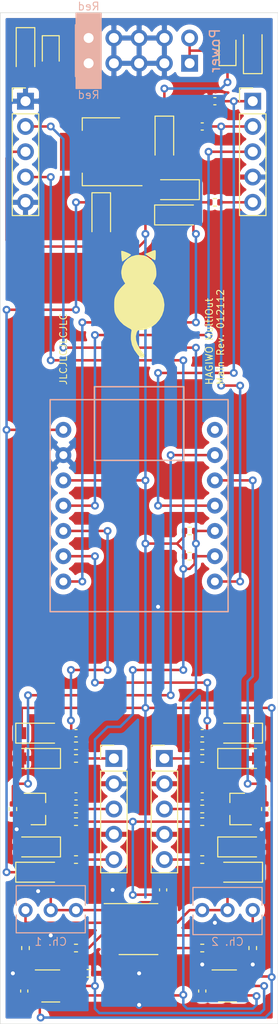
<source format=kicad_pcb>
(kicad_pcb (version 20171130) (host pcbnew "(5.1.10)-1")
  (layers (0 F.Cu signal) (31 B.Cu signal) (34 B.Paste user) (35 F.Paste user) (36 B.SilkS user) (37 F.SilkS user) (38 B.Mask user) (39 F.Mask user) (44 Edge.Cuts user))
  (net 0 "")
  (net 1 GND)
  (net 2 +12V)
  (net 3 -12V)
  (net 4 +5V)
  (net 5 "Net-(D1-Pad2)")
  (net 6 "Net-(D2-Pad1)")
  (net 7 +3V3)
  (net 8 SDA)
  (net 9 SCL)
  (net 10 "Net-(R3-Pad2)")
  (net 11 "Net-(R3-Pad1)")
  (net 12 "Net-(R4-Pad2)")
  (net 13 A9)
  (net 14 A8)
  (net 15 D3)
  (net 16 D6)
  (net 17 A7)
  (net 18 "Net-(D10-Pad2)")
  (net 19 "Net-(D12-Pad2)")
  (net 20 "Net-(Q1-Pad3)")
  (net 21 "Net-(Q1-Pad1)")
  (net 22 "Net-(Q2-Pad3)")
  (net 23 "Net-(Q2-Pad1)")
  (net 24 D1)
  (net 25 D2)
  (net 26 "Net-(R16-Pad1)")
  (net 27 "Net-(R17-Pad2)")
  (net 28 D10)
  (net 29 "Net-(R16-Pad2)")
  (net 30 Gate1)
  (net 31 Gate2)
  (net 32 Trigger)
  (net 33 Out1)
  (net 34 In1)
  (net 35 Out2)
  (net 36 In2)
  (net 37 "Net-(R20-Pad2)")
  (module "Eurorack_Synth:CATs Tiny" (layer F.Cu) (at 13.97 29.21)
    (fp_text reference G*** hide)
    (fp_text value LOGO hide)
  )
  (module Capacitor_SMD:C_0402_1005Metric (layer F.Cu) (at 16.383 88.138 90)
    (fp_text reference C13 hide)
    (fp_text value 100n hide)
    (pad 2 smd roundrect (at 0.48 0 90) (size 0.56 0.62) (layers F.Cu F.Paste F.Mask) (net 1 GND))
    (pad 1 smd roundrect (at -0.48 0 90) (size 0.56 0.62) (layers F.Cu F.Paste F.Mask) (net 4 +5V))
  )
  (module Capacitor_SMD:C_0402_1005Metric (layer F.Cu) (at 20.32 98.298 90)
    (fp_text reference C12 hide)
    (fp_text value 100n hide)
    (pad 2 smd roundrect (at 0.48 0 90) (size 0.56 0.62) (layers F.Cu F.Paste F.Mask) (net 1 GND))
    (pad 1 smd roundrect (at -0.48 0 90) (size 0.56 0.62) (layers F.Cu F.Paste F.Mask) (net 7 +3V3))
  )
  (module Capacitor_SMD:C_0402_1005Metric (layer F.Cu) (at 2.413 98.298 90)
    (fp_text reference C11 hide)
    (fp_text value 100n hide)
    (pad 2 smd roundrect (at 0.48 0 90) (size 0.56 0.62) (layers F.Cu F.Paste F.Mask) (net 1 GND))
    (pad 1 smd roundrect (at -0.48 0 90) (size 0.56 0.62) (layers F.Cu F.Paste F.Mask) (net 7 +3V3))
  )
  (module Capacitor_SMD:C_0402_1005Metric (layer F.Cu) (at 20.32 78.74)
    (fp_text reference C10 hide)
    (fp_text value 1µ hide)
    (pad 2 smd roundrect (at 0.48 0) (size 0.56 0.62) (layers F.Cu F.Paste F.Mask) (net 1 GND))
    (pad 1 smd roundrect (at -0.48 0) (size 0.56 0.62) (layers F.Cu F.Paste F.Mask) (net 31 Gate2))
  )
  (module Capacitor_SMD:C_0402_1005Metric (layer F.Cu) (at 7.62 78.74 180)
    (fp_text reference C9 hide)
    (fp_text value 1µ hide)
    (pad 2 smd roundrect (at 0.48 0 180) (size 0.56 0.62) (layers F.Cu F.Paste F.Mask) (net 1 GND))
    (pad 1 smd roundrect (at -0.48 0 180) (size 0.56 0.62) (layers F.Cu F.Paste F.Mask) (net 30 Gate1))
  )
  (module Capacitor_SMD:C_0402_1005Metric (layer F.Cu) (at 20.32 11.43 180)
    (fp_text reference C8 hide)
    (fp_text value 10n hide)
    (pad 2 smd roundrect (at 0.48 0 180) (size 0.56 0.62) (layers F.Cu F.Paste F.Mask) (net 1 GND))
    (pad 1 smd roundrect (at -0.48 0 180) (size 0.56 0.62) (layers F.Cu F.Paste F.Mask) (net 16 D6))
  )
  (module Capacitor_SMD:C_0402_1005Metric (layer F.Cu) (at 21.59 8.89 180)
    (fp_text reference C7 hide)
    (fp_text value 10n hide)
    (pad 2 smd roundrect (at 0.48 0 180) (size 0.56 0.62) (layers F.Cu F.Paste F.Mask) (net 1 GND))
    (pad 1 smd roundrect (at -0.48 0 180) (size 0.56 0.62) (layers F.Cu F.Paste F.Mask) (net 15 D3))
  )
  (module Capacitor_SMD:C_0402_1005Metric (layer F.Cu) (at 20.32 72.39 180)
    (fp_text reference C6 hide)
    (fp_text value 10n hide)
    (pad 2 smd roundrect (at 0.48 0 180) (size 0.56 0.62) (layers F.Cu F.Paste F.Mask) (net 1 GND))
    (pad 1 smd roundrect (at -0.48 0 180) (size 0.56 0.62) (layers F.Cu F.Paste F.Mask) (net 14 A8))
  )
  (module Capacitor_SMD:C_0402_1005Metric (layer F.Cu) (at 7.62 72.39)
    (fp_text reference C5 hide)
    (fp_text value 10n hide)
    (pad 2 smd roundrect (at 0.48 0) (size 0.56 0.62) (layers F.Cu F.Paste F.Mask) (net 1 GND))
    (pad 1 smd roundrect (at -0.48 0) (size 0.56 0.62) (layers F.Cu F.Paste F.Mask) (net 13 A9))
  )
  (module Resistor_SMD:R_0402_1005Metric (layer F.Cu) (at 8.89 96.52 180)
    (fp_text reference R20 hide)
    (fp_text value 10k hide)
    (pad 2 smd roundrect (at 0.51 0 180) (size 0.54 0.64) (layers F.Cu F.Paste F.Mask) (net 37 "Net-(R20-Pad2)"))
    (pad 1 smd roundrect (at -0.51 0 180) (size 0.54 0.64) (layers F.Cu F.Paste F.Mask) (net 1 GND))
  )
  (module Connector_PinHeader_2.54mm:PinHeader_1x05_P2.54mm_Vertical (layer F.Cu) (at 16.51 74.93)
    (fp_text reference J12 hide)
    (fp_text value "Ch. 2" hide)
    (pad 5 thru_hole oval (at 0 10.16) (size 1.7 1.7) (drill 1) (layers *.Cu *.Mask) (net 35 Out2))
    (pad 4 thru_hole oval (at 0 7.62) (size 1.7 1.7) (drill 1) (layers *.Cu *.Mask) (net 1 GND))
    (pad 3 thru_hole oval (at 0 5.08) (size 1.7 1.7) (drill 1) (layers *.Cu *.Mask) (net 31 Gate2))
    (pad 2 thru_hole oval (at 0 2.54) (size 1.7 1.7) (drill 1) (layers *.Cu *.Mask) (net 1 GND))
    (pad 1 thru_hole rect (at 0 0) (size 1.7 1.7) (drill 1) (layers *.Cu *.Mask) (net 36 In2))
  )
  (module Connector_PinHeader_2.54mm:PinHeader_1x05_P2.54mm_Vertical (layer F.Cu) (at 2.54 8.89)
    (fp_text reference J11 hide)
    (fp_text value I2C hide)
    (pad 5 thru_hole oval (at 0 10.16) (size 1.7 1.7) (drill 1) (layers *.Cu *.Mask) (net 1 GND))
    (pad 4 thru_hole oval (at 0 7.62) (size 1.7 1.7) (drill 1) (layers *.Cu *.Mask) (net 9 SCL))
    (pad 3 thru_hole oval (at 0 5.08) (size 1.7 1.7) (drill 1) (layers *.Cu *.Mask) (net 7 +3V3))
    (pad 2 thru_hole oval (at 0 2.54) (size 1.7 1.7) (drill 1) (layers *.Cu *.Mask) (net 8 SDA))
    (pad 1 thru_hole rect (at 0 0) (size 1.7 1.7) (drill 1) (layers *.Cu *.Mask) (net 1 GND))
  )
  (module Connector_PinHeader_2.54mm:PinHeader_1x05_P2.54mm_Vertical (layer F.Cu) (at 11.43 74.93)
    (fp_text reference J10 hide)
    (fp_text value "Ch. 1" hide)
    (pad 5 thru_hole oval (at 0 10.16) (size 1.7 1.7) (drill 1) (layers *.Cu *.Mask) (net 33 Out1))
    (pad 4 thru_hole oval (at 0 7.62) (size 1.7 1.7) (drill 1) (layers *.Cu *.Mask) (net 1 GND))
    (pad 3 thru_hole oval (at 0 5.08) (size 1.7 1.7) (drill 1) (layers *.Cu *.Mask) (net 30 Gate1))
    (pad 2 thru_hole oval (at 0 2.54) (size 1.7 1.7) (drill 1) (layers *.Cu *.Mask) (net 1 GND))
    (pad 1 thru_hole rect (at 0 0) (size 1.7 1.7) (drill 1) (layers *.Cu *.Mask) (net 34 In1))
  )
  (module Connector_PinHeader_2.54mm:PinHeader_1x05_P2.54mm_Vertical (layer F.Cu) (at 25.4 8.89)
    (fp_text reference J9 hide)
    (fp_text value EncTrig hide)
    (pad 5 thru_hole oval (at 0 10.16) (size 1.7 1.7) (drill 1) (layers *.Cu *.Mask) (net 32 Trigger))
    (pad 4 thru_hole oval (at 0 7.62) (size 1.7 1.7) (drill 1) (layers *.Cu *.Mask) (net 1 GND))
    (pad 3 thru_hole oval (at 0 5.08) (size 1.7 1.7) (drill 1) (layers *.Cu *.Mask) (net 28 D10))
    (pad 2 thru_hole oval (at 0 2.54) (size 1.7 1.7) (drill 1) (layers *.Cu *.Mask) (net 16 D6))
    (pad 1 thru_hole rect (at 0 0) (size 1.7 1.7) (drill 1) (layers *.Cu *.Mask) (net 15 D3))
  )
  (module Potentiometer_THT:Potentiometer_Bourns_3266Y_Vertical (layer B.Cu) (at 20.32 90.17 180)
    (fp_text reference RV2 hide)
    (fp_text value 5k hide)
    (pad 3 thru_hole circle (at -5.08 0 180) (size 1.44 1.44) (drill 0.8) (layers *.Cu *.Mask) (net 27 "Net-(R17-Pad2)"))
    (pad 2 thru_hole circle (at -2.54 0 180) (size 1.44 1.44) (drill 0.8) (layers *.Cu *.Mask) (net 19 "Net-(D12-Pad2)"))
    (pad 1 thru_hole circle (at 0 0 180) (size 1.44 1.44) (drill 0.8) (layers *.Cu *.Mask) (net 19 "Net-(D12-Pad2)"))
  )
  (module Potentiometer_THT:Potentiometer_Bourns_3266Y_Vertical (layer B.Cu) (at 7.62 90.17)
    (fp_text reference RV1 hide)
    (fp_text value 5k hide)
    (pad 3 thru_hole circle (at -5.08 0) (size 1.44 1.44) (drill 0.8) (layers *.Cu *.Mask) (net 12 "Net-(R4-Pad2)"))
    (pad 2 thru_hole circle (at -2.54 0) (size 1.44 1.44) (drill 0.8) (layers *.Cu *.Mask) (net 18 "Net-(D10-Pad2)"))
    (pad 1 thru_hole circle (at 0 0) (size 1.44 1.44) (drill 0.8) (layers *.Cu *.Mask) (net 18 "Net-(D10-Pad2)"))
  )
  (module Package_TO_SOT_SMD:SOT-23-6 (layer F.Cu) (at 22.86 97.79)
    (fp_text reference U5 hide)
    (fp_text value MCP4725xxx-xCH hide)
    (pad 5 smd rect (at 1.1 0) (size 1.06 0.65) (layers F.Cu F.Paste F.Mask) (net 9 SCL))
    (pad 6 smd rect (at 1.1 -0.95) (size 1.06 0.65) (layers F.Cu F.Paste F.Mask) (net 7 +3V3))
    (pad 4 smd rect (at 1.1 0.95) (size 1.06 0.65) (layers F.Cu F.Paste F.Mask) (net 8 SDA))
    (pad 3 smd rect (at -1.1 0.95) (size 1.06 0.65) (layers F.Cu F.Paste F.Mask) (net 7 +3V3))
    (pad 2 smd rect (at -1.1 0) (size 1.06 0.65) (layers F.Cu F.Paste F.Mask) (net 1 GND))
    (pad 1 smd rect (at -1.1 -0.95) (size 1.06 0.65) (layers F.Cu F.Paste F.Mask) (net 29 "Net-(R16-Pad2)"))
  )
  (module Package_TO_SOT_SMD:SOT-23-6 (layer F.Cu) (at 5.08 97.79)
    (fp_text reference U3 hide)
    (fp_text value MCP4725xxx-xCH hide)
    (pad 5 smd rect (at 1.1 0) (size 1.06 0.65) (layers F.Cu F.Paste F.Mask) (net 9 SCL))
    (pad 6 smd rect (at 1.1 -0.95) (size 1.06 0.65) (layers F.Cu F.Paste F.Mask) (net 37 "Net-(R20-Pad2)"))
    (pad 4 smd rect (at 1.1 0.95) (size 1.06 0.65) (layers F.Cu F.Paste F.Mask) (net 8 SDA))
    (pad 3 smd rect (at -1.1 0.95) (size 1.06 0.65) (layers F.Cu F.Paste F.Mask) (net 7 +3V3))
    (pad 2 smd rect (at -1.1 0) (size 1.06 0.65) (layers F.Cu F.Paste F.Mask) (net 1 GND))
    (pad 1 smd rect (at -1.1 -0.95) (size 1.06 0.65) (layers F.Cu F.Paste F.Mask) (net 10 "Net-(R3-Pad2)"))
  )
  (module Resistor_SMD:R_0402_1005Metric (layer F.Cu) (at 20.32 85.09)
    (fp_text reference R19 hide)
    (fp_text value 470R hide)
    (pad 2 smd roundrect (at 0.51 0) (size 0.54 0.64) (layers F.Cu F.Paste F.Mask) (net 19 "Net-(D12-Pad2)"))
    (pad 1 smd roundrect (at -0.51 0) (size 0.54 0.64) (layers F.Cu F.Paste F.Mask) (net 35 Out2))
  )
  (module Resistor_SMD:R_0402_1005Metric (layer F.Cu) (at 7.62 85.09 180)
    (fp_text reference R18 hide)
    (fp_text value 470R hide)
    (pad 2 smd roundrect (at 0.51 0 180) (size 0.54 0.64) (layers F.Cu F.Paste F.Mask) (net 18 "Net-(D10-Pad2)"))
    (pad 1 smd roundrect (at -0.51 0 180) (size 0.54 0.64) (layers F.Cu F.Paste F.Mask) (net 33 Out1))
  )
  (module Resistor_SMD:R_0402_1005Metric (layer F.Cu) (at 25.4 93.98 90)
    (fp_text reference R17 hide)
    (fp_text value 6k8 hide)
    (pad 2 smd roundrect (at 0.51 0 90) (size 0.54 0.64) (layers F.Cu F.Paste F.Mask) (net 27 "Net-(R17-Pad2)"))
    (pad 1 smd roundrect (at -0.51 0 90) (size 0.54 0.64) (layers F.Cu F.Paste F.Mask) (net 1 GND))
  )
  (module Resistor_SMD:R_0402_1005Metric (layer F.Cu) (at 20.32 93.98)
    (fp_text reference R16 hide)
    (fp_text value 10k hide)
    (pad 2 smd roundrect (at 0.51 0) (size 0.54 0.64) (layers F.Cu F.Paste F.Mask) (net 29 "Net-(R16-Pad2)"))
    (pad 1 smd roundrect (at -0.51 0) (size 0.54 0.64) (layers F.Cu F.Paste F.Mask) (net 26 "Net-(R16-Pad1)"))
  )
  (module Resistor_SMD:R_0402_1005Metric (layer F.Cu) (at 20.32 80.01)
    (fp_text reference R15 hide)
    (fp_text value 330R hide)
    (pad 2 smd roundrect (at 0.51 0) (size 0.54 0.64) (layers F.Cu F.Paste F.Mask) (net 22 "Net-(Q2-Pad3)"))
    (pad 1 smd roundrect (at -0.51 0) (size 0.54 0.64) (layers F.Cu F.Paste F.Mask) (net 31 Gate2))
  )
  (module Resistor_SMD:R_0402_1005Metric (layer F.Cu) (at 7.62 80.01 180)
    (fp_text reference R14 hide)
    (fp_text value 330R hide)
    (pad 2 smd roundrect (at 0.51 0 180) (size 0.54 0.64) (layers F.Cu F.Paste F.Mask) (net 20 "Net-(Q1-Pad3)"))
    (pad 1 smd roundrect (at -0.51 0 180) (size 0.54 0.64) (layers F.Cu F.Paste F.Mask) (net 30 Gate1))
  )
  (module Resistor_SMD:R_0402_1005Metric (layer F.Cu) (at 20.32 81.28)
    (fp_text reference R13 hide)
    (fp_text value 330R hide)
    (pad 2 smd roundrect (at 0.51 0) (size 0.54 0.64) (layers F.Cu F.Paste F.Mask) (net 22 "Net-(Q2-Pad3)"))
    (pad 1 smd roundrect (at -0.51 0) (size 0.54 0.64) (layers F.Cu F.Paste F.Mask) (net 4 +5V))
  )
  (module Resistor_SMD:R_0402_1005Metric (layer F.Cu) (at 7.62 81.28 180)
    (fp_text reference R12 hide)
    (fp_text value 330R hide)
    (pad 2 smd roundrect (at 0.51 0 180) (size 0.54 0.64) (layers F.Cu F.Paste F.Mask) (net 20 "Net-(Q1-Pad3)"))
    (pad 1 smd roundrect (at -0.51 0 180) (size 0.54 0.64) (layers F.Cu F.Paste F.Mask) (net 4 +5V))
  )
  (module Resistor_SMD:R_0402_1005Metric (layer F.Cu) (at 26.67 80.01 90)
    (fp_text reference R11 hide)
    (fp_text value 1k hide)
    (pad 2 smd roundrect (at 0.51 0 90) (size 0.54 0.64) (layers F.Cu F.Paste F.Mask) (net 25 D2))
    (pad 1 smd roundrect (at -0.51 0 90) (size 0.54 0.64) (layers F.Cu F.Paste F.Mask) (net 23 "Net-(Q2-Pad1)"))
  )
  (module Resistor_SMD:R_0402_1005Metric (layer F.Cu) (at 1.27 80.01 90)
    (fp_text reference R10 hide)
    (fp_text value 1k hide)
    (pad 2 smd roundrect (at 0.51 0 90) (size 0.54 0.64) (layers F.Cu F.Paste F.Mask) (net 24 D1))
    (pad 1 smd roundrect (at -0.51 0 90) (size 0.54 0.64) (layers F.Cu F.Paste F.Mask) (net 21 "Net-(Q1-Pad1)"))
  )
  (module Resistor_SMD:R_0402_1005Metric (layer F.Cu) (at 21.59 19.05)
    (fp_text reference R9 hide)
    (fp_text value 33k hide)
    (pad 2 smd roundrect (at 0.51 0) (size 0.54 0.64) (layers F.Cu F.Paste F.Mask) (net 32 Trigger))
    (pad 1 smd roundrect (at -0.51 0) (size 0.54 0.64) (layers F.Cu F.Paste F.Mask) (net 17 A7))
  )
  (module Resistor_SMD:R_0402_1005Metric (layer F.Cu) (at 20.32 73.66)
    (fp_text reference R8 hide)
    (fp_text value 330k hide)
    (pad 2 smd roundrect (at 0.51 0) (size 0.54 0.64) (layers F.Cu F.Paste F.Mask) (net 14 A8))
    (pad 1 smd roundrect (at -0.51 0) (size 0.54 0.64) (layers F.Cu F.Paste F.Mask) (net 1 GND))
  )
  (module Resistor_SMD:R_0402_1005Metric (layer F.Cu) (at 7.62 73.66 180)
    (fp_text reference R7 hide)
    (fp_text value 330k hide)
    (pad 2 smd roundrect (at 0.51 0 180) (size 0.54 0.64) (layers F.Cu F.Paste F.Mask) (net 13 A9))
    (pad 1 smd roundrect (at -0.51 0 180) (size 0.54 0.64) (layers F.Cu F.Paste F.Mask) (net 1 GND))
  )
  (module Resistor_SMD:R_0402_1005Metric (layer F.Cu) (at 20.32 74.93 180)
    (fp_text reference R6 hide)
    (fp_text value 220k hide)
    (pad 2 smd roundrect (at 0.51 0 180) (size 0.54 0.64) (layers F.Cu F.Paste F.Mask) (net 36 In2))
    (pad 1 smd roundrect (at -0.51 0 180) (size 0.54 0.64) (layers F.Cu F.Paste F.Mask) (net 14 A8))
  )
  (module Resistor_SMD:R_0402_1005Metric (layer F.Cu) (at 7.62 74.93)
    (fp_text reference R5 hide)
    (fp_text value 220k hide)
    (pad 2 smd roundrect (at 0.51 0) (size 0.54 0.64) (layers F.Cu F.Paste F.Mask) (net 34 In1))
    (pad 1 smd roundrect (at -0.51 0) (size 0.54 0.64) (layers F.Cu F.Paste F.Mask) (net 13 A9))
  )
  (module Package_TO_SOT_SMD:SOT-23 (layer F.Cu) (at 23.86 80.01 180)
    (fp_text reference Q2 hide)
    (fp_text value MMBT3904 hide)
    (pad 3 smd rect (at 1 0 180) (size 0.9 0.8) (layers F.Cu F.Paste F.Mask) (net 22 "Net-(Q2-Pad3)"))
    (pad 2 smd rect (at -1 0.95 180) (size 0.9 0.8) (layers F.Cu F.Paste F.Mask) (net 1 GND))
    (pad 1 smd rect (at -1 -0.95 180) (size 0.9 0.8) (layers F.Cu F.Paste F.Mask) (net 23 "Net-(Q2-Pad1)"))
  )
  (module Package_TO_SOT_SMD:SOT-23 (layer F.Cu) (at 3.81 80.01)
    (fp_text reference Q1 hide)
    (fp_text value MMBT3904 hide)
    (pad 3 smd rect (at 1 0) (size 0.9 0.8) (layers F.Cu F.Paste F.Mask) (net 20 "Net-(Q1-Pad3)"))
    (pad 2 smd rect (at -1 0.95) (size 0.9 0.8) (layers F.Cu F.Paste F.Mask) (net 1 GND))
    (pad 1 smd rect (at -1 -0.95) (size 0.9 0.8) (layers F.Cu F.Paste F.Mask) (net 21 "Net-(Q1-Pad1)"))
  )
  (module Diode_SMD:D_SOD-123 (layer F.Cu) (at 24.13 83.82)
    (fp_text reference D13 hide)
    (fp_text value BAT43W hide)
    (pad 2 smd rect (at 1.65 0) (size 0.9 1.2) (layers F.Cu F.Paste F.Mask) (net 1 GND))
    (pad 1 smd rect (at -1.65 0) (size 0.9 1.2) (layers F.Cu F.Paste F.Mask) (net 19 "Net-(D12-Pad2)"))
  )
  (module Diode_SMD:D_SOD-123 (layer F.Cu) (at 24.13 86.36 180)
    (fp_text reference D12 hide)
    (fp_text value BAT43W hide)
    (pad 2 smd rect (at 1.65 0 180) (size 0.9 1.2) (layers F.Cu F.Paste F.Mask) (net 19 "Net-(D12-Pad2)"))
    (pad 1 smd rect (at -1.65 0 180) (size 0.9 1.2) (layers F.Cu F.Paste F.Mask) (net 4 +5V))
  )
  (module Diode_SMD:D_SOD-123 (layer F.Cu) (at 3.81 83.82 180)
    (fp_text reference D11 hide)
    (fp_text value BAT43W hide)
    (pad 2 smd rect (at 1.65 0 180) (size 0.9 1.2) (layers F.Cu F.Paste F.Mask) (net 1 GND))
    (pad 1 smd rect (at -1.65 0 180) (size 0.9 1.2) (layers F.Cu F.Paste F.Mask) (net 18 "Net-(D10-Pad2)"))
  )
  (module Diode_SMD:D_SOD-123 (layer F.Cu) (at 3.81 86.36)
    (fp_text reference D10 hide)
    (fp_text value BAT43W hide)
    (pad 2 smd rect (at 1.65 0) (size 0.9 1.2) (layers F.Cu F.Paste F.Mask) (net 18 "Net-(D10-Pad2)"))
    (pad 1 smd rect (at -1.65 0) (size 0.9 1.2) (layers F.Cu F.Paste F.Mask) (net 4 +5V))
  )
  (module Diode_SMD:D_SOD-123 (layer F.Cu) (at 17.78 17.78 180)
    (fp_text reference D9 hide)
    (fp_text value BAT43W hide)
    (pad 2 smd rect (at 1.65 0 180) (size 0.9 1.2) (layers F.Cu F.Paste F.Mask) (net 1 GND))
    (pad 1 smd rect (at -1.65 0 180) (size 0.9 1.2) (layers F.Cu F.Paste F.Mask) (net 17 A7))
  )
  (module Diode_SMD:D_SOD-123 (layer F.Cu) (at 17.78 20.32)
    (fp_text reference D8 hide)
    (fp_text value BAT43W hide)
    (pad 2 smd rect (at 1.65 0) (size 0.9 1.2) (layers F.Cu F.Paste F.Mask) (net 17 A7))
    (pad 1 smd rect (at -1.65 0) (size 0.9 1.2) (layers F.Cu F.Paste F.Mask) (net 7 +3V3))
  )
  (module Diode_SMD:D_SOD-123 (layer F.Cu) (at 24.13 74.93)
    (fp_text reference D7 hide)
    (fp_text value BAT43W hide)
    (pad 2 smd rect (at 1.65 0) (size 0.9 1.2) (layers F.Cu F.Paste F.Mask) (net 1 GND))
    (pad 1 smd rect (at -1.65 0) (size 0.9 1.2) (layers F.Cu F.Paste F.Mask) (net 14 A8))
  )
  (module Diode_SMD:D_SOD-123 (layer F.Cu) (at 24.13 72.39 180)
    (fp_text reference D6 hide)
    (fp_text value BAT43W hide)
    (pad 2 smd rect (at 1.65 0 180) (size 0.9 1.2) (layers F.Cu F.Paste F.Mask) (net 14 A8))
    (pad 1 smd rect (at -1.65 0 180) (size 0.9 1.2) (layers F.Cu F.Paste F.Mask) (net 7 +3V3))
  )
  (module Diode_SMD:D_SOD-123 (layer F.Cu) (at 3.81 74.93 180)
    (fp_text reference D5 hide)
    (fp_text value BAT43W hide)
    (pad 2 smd rect (at 1.65 0 180) (size 0.9 1.2) (layers F.Cu F.Paste F.Mask) (net 1 GND))
    (pad 1 smd rect (at -1.65 0 180) (size 0.9 1.2) (layers F.Cu F.Paste F.Mask) (net 13 A9))
  )
  (module Diode_SMD:D_SOD-123 (layer F.Cu) (at 3.81 72.39)
    (fp_text reference D4 hide)
    (fp_text value BAT43W hide)
    (pad 2 smd rect (at 1.65 0) (size 0.9 1.2) (layers F.Cu F.Paste F.Mask) (net 13 A9))
    (pad 1 smd rect (at -1.65 0) (size 0.9 1.2) (layers F.Cu F.Paste F.Mask) (net 7 +3V3))
  )
  (module Package_SO:SOIC-8_3.9x4.9mm_P1.27mm (layer F.Cu) (at 13.905 92.075)
    (fp_text reference U4 hide)
    (fp_text value MCP6002-xSN hide)
    (pad 8 smd roundrect (at 2.475 -1.905) (size 1.95 0.6) (layers F.Cu F.Paste F.Mask) (net 4 +5V))
    (pad 7 smd roundrect (at 2.475 -0.635) (size 1.95 0.6) (layers F.Cu F.Paste F.Mask) (net 19 "Net-(D12-Pad2)"))
    (pad 6 smd roundrect (at 2.475 0.635) (size 1.95 0.6) (layers F.Cu F.Paste F.Mask) (net 27 "Net-(R17-Pad2)"))
    (pad 5 smd roundrect (at 2.475 1.905) (size 1.95 0.6) (layers F.Cu F.Paste F.Mask) (net 26 "Net-(R16-Pad1)"))
    (pad 4 smd roundrect (at -2.475 1.905) (size 1.95 0.6) (layers F.Cu F.Paste F.Mask) (net 1 GND))
    (pad 3 smd roundrect (at -2.475 0.635) (size 1.95 0.6) (layers F.Cu F.Paste F.Mask) (net 11 "Net-(R3-Pad1)"))
    (pad 2 smd roundrect (at -2.475 -0.635) (size 1.95 0.6) (layers F.Cu F.Paste F.Mask) (net 12 "Net-(R4-Pad2)"))
    (pad 1 smd roundrect (at -2.475 -1.905) (size 1.95 0.6) (layers F.Cu F.Paste F.Mask) (net 18 "Net-(D10-Pad2)"))
  )
  (module Resistor_SMD:R_0402_1005Metric (layer F.Cu) (at 2.54 93.98 90)
    (fp_text reference R4 hide)
    (fp_text value 6k8 hide)
    (pad 2 smd roundrect (at 0.51 0 90) (size 0.54 0.64) (layers F.Cu F.Paste F.Mask) (net 12 "Net-(R4-Pad2)"))
    (pad 1 smd roundrect (at -0.51 0 90) (size 0.54 0.64) (layers F.Cu F.Paste F.Mask) (net 1 GND))
  )
  (module Resistor_SMD:R_0402_1005Metric (layer F.Cu) (at 7.62 93.98 180)
    (fp_text reference R3 hide)
    (fp_text value 10k hide)
    (pad 2 smd roundrect (at 0.51 0 180) (size 0.54 0.64) (layers F.Cu F.Paste F.Mask) (net 10 "Net-(R3-Pad2)"))
    (pad 1 smd roundrect (at -0.51 0 180) (size 0.54 0.64) (layers F.Cu F.Paste F.Mask) (net 11 "Net-(R3-Pad1)"))
  )
  (module Diode_SMD:D_SOD-323 (layer F.Cu) (at 5.08 3.81 270)
    (fp_text reference D2 hide)
    (fp_text value 1N5819WS hide)
    (pad 2 smd rect (at 1.05 0 270) (size 0.6 0.45) (layers F.Cu F.Paste F.Mask) (net 3 -12V))
    (pad 1 smd rect (at -1.05 0 270) (size 0.6 0.45) (layers F.Cu F.Paste F.Mask) (net 6 "Net-(D2-Pad1)"))
  )
  (module Diode_SMD:D_SOD-323 (layer F.Cu) (at 22.86 3.81 90)
    (fp_text reference D1 hide)
    (fp_text value 1N5819WS hide)
    (pad 2 smd rect (at 1.05 0 90) (size 0.6 0.45) (layers F.Cu F.Paste F.Mask) (net 5 "Net-(D1-Pad2)"))
    (pad 1 smd rect (at -1.05 0 90) (size 0.6 0.45) (layers F.Cu F.Paste F.Mask) (net 2 +12V))
  )
  (module Resistor_SMD:R_0402_1005Metric (layer F.Cu) (at 19.05 54.61)
    (fp_text reference R2 hide)
    (fp_text value 3k3 hide)
    (pad 2 smd roundrect (at 0.51 0) (size 0.54 0.64) (layers F.Cu F.Paste F.Mask) (net 9 SCL))
    (pad 1 smd roundrect (at -0.51 0) (size 0.54 0.64) (layers F.Cu F.Paste F.Mask) (net 7 +3V3))
  )
  (module Resistor_SMD:R_0402_1005Metric (layer F.Cu) (at 19.05 52.07)
    (fp_text reference R1 hide)
    (fp_text value 3k3 hide)
    (pad 2 smd roundrect (at 0.51 0) (size 0.54 0.64) (layers F.Cu F.Paste F.Mask) (net 8 SDA))
    (pad 1 smd roundrect (at -0.51 0) (size 0.54 0.64) (layers F.Cu F.Paste F.Mask) (net 7 +3V3))
  )
  (module "Seeduino_Xiao:Seeeduino XIAO Pin" (layer B.Cu) (at 13.97 49.53 180)
    (fp_text reference U2 hide)
    (fp_text value SeeeduinoXIAOPin hide)
    (pad 8 thru_hole circle (at 7.62 -7.62 180) (size 1.6 1.6) (drill 0.8) (layers *.Cu *.Mask) (net 17 A7))
    (pad 9 thru_hole circle (at 7.62 -5.08 180) (size 1.6 1.6) (drill 0.8) (layers *.Cu *.Mask) (net 14 A8))
    (pad 10 thru_hole circle (at 7.62 -2.54 180) (size 1.6 1.6) (drill 0.8) (layers *.Cu *.Mask) (net 13 A9))
    (pad 11 thru_hole circle (at 7.62 0 180) (size 1.6 1.6) (drill 0.8) (layers *.Cu *.Mask) (net 28 D10))
    (pad 12 thru_hole circle (at 7.62 2.54 180) (size 1.6 1.6) (drill 0.8) (layers *.Cu *.Mask) (net 7 +3V3))
    (pad 13 thru_hole circle (at 7.62 5.08 180) (size 1.6 1.6) (drill 0.8) (layers *.Cu *.Mask) (net 1 GND))
    (pad 14 thru_hole circle (at 7.62 7.62 180) (size 1.6 1.6) (drill 0.8) (layers *.Cu *.Mask) (net 4 +5V))
    (pad 7 thru_hole circle (at -7.62 -7.62 180) (size 1.6 1.6) (drill 0.8) (layers *.Cu *.Mask) (net 16 D6))
    (pad 6 thru_hole circle (at -7.62 -5.08 180) (size 1.6 1.6) (drill 0.8) (layers *.Cu *.Mask) (net 9 SCL))
    (pad 5 thru_hole circle (at -7.62 -2.54 180) (size 1.6 1.6) (drill 0.8) (layers *.Cu *.Mask) (net 8 SDA))
    (pad 4 thru_hole circle (at -7.62 0 180) (size 1.6 1.6) (drill 0.8) (layers *.Cu *.Mask) (net 15 D3))
    (pad 3 thru_hole circle (at -7.62 2.54 180) (size 1.6 1.6) (drill 0.8) (layers *.Cu *.Mask) (net 25 D2))
    (pad 2 thru_hole circle (at -7.62 5.08 180) (size 1.6 1.6) (drill 0.8) (layers *.Cu *.Mask) (net 24 D1))
    (pad 1 thru_hole circle (at -7.62 7.62 180) (size 1.6 1.6) (drill 0.8) (layers *.Cu *.Mask))
  )
  (module Package_TO_SOT_SMD:SOT-223-3_TabPin2 (layer F.Cu) (at 10.16 13.97 180)
    (fp_text reference U1 hide)
    (fp_text value AMS1117-5.0 hide)
    (pad 1 smd rect (at -3.15 -2.3 180) (size 2 1.5) (layers F.Cu F.Paste F.Mask) (net 1 GND))
    (pad 3 smd rect (at -3.15 2.3 180) (size 2 1.5) (layers F.Cu F.Paste F.Mask) (net 2 +12V))
    (pad 2 smd rect (at -3.15 0 180) (size 2 1.5) (layers F.Cu F.Paste F.Mask) (net 4 +5V))
    (pad 2 smd rect (at 3.15 0 180) (size 2 3.8) (layers F.Cu F.Paste F.Mask) (net 4 +5V))
  )
  (module Eurorack_Synth:Power_2x5_Vertical (layer B.Cu) (at 19.05 5.08 90)
    (fp_text reference J1 hide)
    (fp_text value Power (at 1.27 2.54 90) (layer B.SilkS) (effects (justify mirror)))
    (fp_text user Red (at -3.175 -10.16 180) (layer B.SilkS) (effects (font (size 0.8 0.8) (thickness 0.1)) (justify mirror)))
    (fp_text user Red (at 5.715 -10.16 180) (layer B.SilkS) (effects (font (size 0.8 0.8) (thickness 0.1)) (justify mirror)))
    (pad -12V thru_hole oval (at 2.54 -10.16 90) (size 1.7 1.7) (drill 1) (layers *.Cu *.Mask) (net 6 "Net-(D2-Pad1)"))
    (pad -12V thru_hole oval (at 0 -10.16 90) (size 1.7 1.7) (drill 1) (layers *.Cu *.Mask) (net 6 "Net-(D2-Pad1)"))
    (pad GND thru_hole oval (at 2.54 -7.62 90) (size 1.7 1.7) (drill 1) (layers *.Cu *.Mask) (net 1 GND))
    (pad GND thru_hole oval (at 0 -7.62 90) (size 1.7 1.7) (drill 1) (layers *.Cu *.Mask) (net 1 GND))
    (pad GND thru_hole oval (at 2.54 -5.08 90) (size 1.7 1.7) (drill 1) (layers *.Cu *.Mask) (net 1 GND))
    (pad GND thru_hole oval (at 0 -5.08 90) (size 1.7 1.7) (drill 1) (layers *.Cu *.Mask) (net 1 GND))
    (pad GND thru_hole oval (at 2.54 -2.54 90) (size 1.7 1.7) (drill 1) (layers *.Cu *.Mask) (net 1 GND))
    (pad GND thru_hole oval (at 0 -2.54 90) (size 1.7 1.7) (drill 1) (layers *.Cu *.Mask) (net 1 GND))
    (pad +12V thru_hole oval (at 2.54 0 90) (size 1.7 1.7) (drill 1) (layers *.Cu *.Mask) (net 5 "Net-(D1-Pad2)"))
    (pad +12V thru_hole rect (at 0 0 90) (size 1.7 1.7) (drill 1) (layers *.Cu *.Mask) (net 5 "Net-(D1-Pad2)"))
  )
  (module Capacitor_Tantalum_SMD:CP_EIA-3216-18_Kemet-A (layer F.Cu) (at 10.16 20.4 270)
    (fp_text reference C4 hide)
    (fp_text value 10µ hide)
    (pad 2 smd roundrect (at 1.35 0 270) (size 1.4 1.35) (layers F.Cu F.Paste F.Mask) (roundrect_rratio 0.1851844444444445) (net 1 GND))
    (pad 1 smd roundrect (at -1.35 0 270) (size 1.4 1.35) (layers F.Cu F.Paste F.Mask) (roundrect_rratio 0.1851844444444445) (net 4 +5V))
  )
  (module Capacitor_Tantalum_SMD:CP_EIA-3216-18_Kemet-A (layer F.Cu) (at 16.51 12.7 270)
    (fp_text reference C3 hide)
    (fp_text value 10µ hide)
    (pad 2 smd roundrect (at 1.35 0 270) (size 1.4 1.35) (layers F.Cu F.Paste F.Mask) (roundrect_rratio 0.1851844444444445) (net 1 GND))
    (pad 1 smd roundrect (at -1.35 0 270) (size 1.4 1.35) (layers F.Cu F.Paste F.Mask) (roundrect_rratio 0.1851844444444445) (net 2 +12V))
  )
  (module Capacitor_Tantalum_SMD:CP_EIA-3216-18_Kemet-A (layer F.Cu) (at 2.54 3.81 270)
    (fp_text reference C2 hide)
    (fp_text value 10µ hide)
    (pad 2 smd roundrect (at 1.35 0 270) (size 1.4 1.35) (layers F.Cu F.Paste F.Mask) (roundrect_rratio 0.1851844444444445) (net 3 -12V))
    (pad 1 smd roundrect (at -1.35 0 270) (size 1.4 1.35) (layers F.Cu F.Paste F.Mask) (roundrect_rratio 0.1851844444444445) (net 1 GND))
  )
  (module Capacitor_Tantalum_SMD:CP_EIA-3216-18_Kemet-A (layer F.Cu) (at 25.4 3.81 90)
    (fp_text reference C1 hide)
    (fp_text value 10µ hide)
    (pad 2 smd roundrect (at 1.35 0 90) (size 1.4 1.35) (layers F.Cu F.Paste F.Mask) (roundrect_rratio 0.1851844444444445) (net 1 GND))
    (pad 1 smd roundrect (at -1.35 0 90) (size 1.4 1.35) (layers F.Cu F.Paste F.Mask) (roundrect_rratio 0.1851844444444445) (net 2 +12V))
  )
  (gr_text "HAGIWO MultiOut\nMain Rev. 012112" (at 21.59 37.465 90) (layer F.SilkS) (effects (font (size 0.7 0.7) (thickness 0.1)) (justify left)))
  (gr_text JLCJLCJLCJLC (at 6.35 37.465 90) (layer F.SilkS) (effects (font (size 0.7 0.7) (thickness 0.1)) (justify left)))
  (gr_text "Ch. 2" (at 22.86 93.345) (layer B.SilkS) (effects (font (size 0.8 0.8) (thickness 0.1)) (justify mirror)))
  (gr_text "Ch. 1" (at 5.08 93.345) (layer B.SilkS) (effects (font (size 0.8 0.8) (thickness 0.1)) (justify mirror)))
  (gr_line (start 9.47 44.98) (end 9.47 37.58) (layer B.SilkS) (width 0.15))
  (gr_line (start 18.47 44.98) (end 9.47 44.98) (layer B.SilkS) (width 0.15))
  (gr_line (start 18.47 37.58) (end 18.47 44.98) (layer B.SilkS) (width 0.15))
  (gr_line (start 9.47 37.58) (end 18.47 37.58) (layer B.SilkS) (width 0.15))
  (gr_line (start 5.02 60.18) (end 5.02 38.88) (layer B.SilkS) (width 0.15))
  (gr_line (start 22.92 60.18) (end 5.02 60.18) (layer B.SilkS) (width 0.15))
  (gr_line (start 22.92 38.88) (end 22.92 60.18) (layer B.SilkS) (width 0.15))
  (gr_line (start 5.02 38.88) (end 22.92 38.88) (layer B.SilkS) (width 0.15))
  (gr_line (start 0 101.6) (end 0 0) (layer Edge.Cuts) (width 0.05))
  (gr_line (start 27.94 101.6) (end 0 101.6) (layer Edge.Cuts) (width 0.05))
  (gr_line (start 27.94 0) (end 27.94 101.6) (layer Edge.Cuts) (width 0.05))
  (gr_line (start 0 0) (end 27.94 0) (layer Edge.Cuts) (width 0.05))
  (via (at 1.651 82.042) (size 0.8) (drill 0.4) (layers F.Cu B.Cu) (net 1))
  (via (at 3.81 88.265) (size 0.8) (drill 0.4) (layers F.Cu B.Cu) (net 1))
  (via (at 26.289 82.042) (size 0.8) (drill 0.4) (layers F.Cu B.Cu) (net 1))
  (via (at 11.303 88.138) (size 0.8) (drill 0.4) (layers F.Cu B.Cu) (net 1))
  (via (at 13.97 96.52) (size 0.8) (drill 0.4) (layers F.Cu B.Cu) (net 1))
  (segment (start 2.441 97.79) (end 2.413 97.818) (width 0.25) (layer F.Cu) (net 1))
  (segment (start 3.98 97.79) (end 2.441 97.79) (width 0.25) (layer F.Cu) (net 1))
  (via (at 1.27 96.52) (size 0.8) (drill 0.4) (layers F.Cu B.Cu) (net 1))
  (segment (start 20.348 97.79) (end 20.32 97.818) (width 0.25) (layer F.Cu) (net 1))
  (segment (start 21.76 97.79) (end 20.348 97.79) (width 0.25) (layer F.Cu) (net 1))
  (via (at 25.4 95.631) (size 0.8) (drill 0.4) (layers F.Cu B.Cu) (net 1))
  (via (at 20.32 95.631) (size 0.8) (drill 0.4) (layers F.Cu B.Cu) (net 1))
  (via (at 15.875 59.69) (size 0.8) (drill 0.4) (layers F.Cu B.Cu) (net 1))
  (via (at 5.08 92.71) (size 0.8) (drill 0.4) (layers F.Cu B.Cu) (net 1))
  (via (at 13.97 99.695) (size 0.8) (drill 0.4) (layers F.Cu B.Cu) (net 1))
  (via (at 21.59 91.44) (size 0.8) (drill 0.4) (layers F.Cu B.Cu) (net 1))
  (segment (start 25.1 4.86) (end 25.4 5.16) (width 0.25) (layer F.Cu) (net 2))
  (segment (start 22.86 4.86) (end 25.1 4.86) (width 0.25) (layer F.Cu) (net 2))
  (segment (start 16.19 11.67) (end 16.51 11.35) (width 0.25) (layer F.Cu) (net 2))
  (segment (start 13.31 11.67) (end 16.19 11.67) (width 0.25) (layer F.Cu) (net 2))
  (segment (start 16.51 11.35) (end 16.51 7.62) (width 0.25) (layer F.Cu) (net 2))
  (segment (start 16.51 7.62) (end 16.51 7.62) (width 0.25) (layer F.Cu) (net 2))
  (via (at 16.51 7.62) (size 0.8) (drill 0.4) (layers F.Cu B.Cu) (net 2))
  (segment (start 16.51 7.62) (end 22.225 7.62) (width 0.25) (layer B.Cu) (net 2))
  (segment (start 22.225 7.62) (end 22.86 6.985) (width 0.25) (layer B.Cu) (net 2))
  (segment (start 22.86 6.985) (end 22.86 6.985) (width 0.25) (layer B.Cu) (net 2))
  (via (at 22.86 6.985) (size 0.8) (drill 0.4) (layers F.Cu B.Cu) (net 2))
  (segment (start 22.86 4.86) (end 22.86 6.985) (width 0.25) (layer F.Cu) (net 2))
  (segment (start 2.84 4.86) (end 2.54 5.16) (width 0.25) (layer F.Cu) (net 3))
  (segment (start 5.08 4.86) (end 2.84 4.86) (width 0.25) (layer F.Cu) (net 3))
  (segment (start 0.635 86.36) (end 0.635 71.755) (width 0.25) (layer B.Cu) (net 4))
  (via (at 0.635 86.36) (size 0.8) (drill 0.4) (layers F.Cu B.Cu) (net 4))
  (segment (start 0.635 86.36) (end 2.16 86.36) (width 0.25) (layer F.Cu) (net 4))
  (segment (start 13.335 81.28) (end 13.335 88.646) (width 0.25) (layer B.Cu) (net 4))
  (via (at 13.335 81.28) (size 0.8) (drill 0.4) (layers F.Cu B.Cu) (net 4))
  (segment (start 13.335 81.28) (end 19.81 81.28) (width 0.25) (layer F.Cu) (net 4))
  (segment (start 13.335 81.28) (end 8.13 81.28) (width 0.25) (layer F.Cu) (net 4))
  (via (at 13.335 88.646) (size 0.8) (drill 0.4) (layers F.Cu B.Cu) (net 4))
  (segment (start 13.363 88.618) (end 13.335 88.646) (width 0.25) (layer F.Cu) (net 4))
  (segment (start 16.383 88.618) (end 13.363 88.618) (width 0.25) (layer F.Cu) (net 4))
  (segment (start 16.383 90.167) (end 16.38 90.17) (width 0.25) (layer F.Cu) (net 4))
  (segment (start 16.383 88.618) (end 16.383 90.167) (width 0.25) (layer F.Cu) (net 4))
  (segment (start 3.556 86.36) (end 2.16 86.36) (width 0.25) (layer F.Cu) (net 4))
  (segment (start 4.064 85.852) (end 3.556 86.36) (width 0.25) (layer F.Cu) (net 4))
  (segment (start 4.064 82.804) (end 4.064 85.852) (width 0.25) (layer F.Cu) (net 4))
  (segment (start 4.445 82.423) (end 4.064 82.804) (width 0.25) (layer F.Cu) (net 4))
  (segment (start 7.874 82.423) (end 4.445 82.423) (width 0.25) (layer F.Cu) (net 4))
  (segment (start 8.13 82.167) (end 7.874 82.423) (width 0.25) (layer F.Cu) (net 4))
  (segment (start 8.13 81.28) (end 8.13 82.167) (width 0.25) (layer F.Cu) (net 4))
  (segment (start 23.876 85.852) (end 24.384 86.36) (width 0.25) (layer F.Cu) (net 4))
  (segment (start 24.384 86.36) (end 25.78 86.36) (width 0.25) (layer F.Cu) (net 4))
  (segment (start 23.876 82.804) (end 23.876 85.852) (width 0.25) (layer F.Cu) (net 4))
  (segment (start 23.495 82.423) (end 23.876 82.804) (width 0.25) (layer F.Cu) (net 4))
  (segment (start 20.066 82.423) (end 23.495 82.423) (width 0.25) (layer F.Cu) (net 4))
  (segment (start 19.81 82.167) (end 20.066 82.423) (width 0.25) (layer F.Cu) (net 4))
  (segment (start 19.81 81.28) (end 19.81 82.167) (width 0.25) (layer F.Cu) (net 4))
  (segment (start 0.635 71.755) (end 0.635 41.91) (width 0.25) (layer B.Cu) (net 4))
  (segment (start 0.635 41.91) (end 0.635 41.91) (width 0.25) (layer B.Cu) (net 4))
  (via (at 0.635 41.91) (size 0.8) (drill 0.4) (layers F.Cu B.Cu) (net 4))
  (segment (start 0.635 41.91) (end 6.35 41.91) (width 0.25) (layer F.Cu) (net 4))
  (segment (start 10.16 13.97) (end 10.16 19.05) (width 0.25) (layer F.Cu) (net 4))
  (segment (start 13.31 13.97) (end 10.16 13.97) (width 0.25) (layer F.Cu) (net 4))
  (segment (start 10.16 13.97) (end 7.01 13.97) (width 0.25) (layer F.Cu) (net 4))
  (segment (start 10.16 19.05) (end 7.62 19.05) (width 0.25) (layer F.Cu) (net 4))
  (segment (start 7.62 19.05) (end 7.62 19.05) (width 0.25) (layer F.Cu) (net 4))
  (via (at 7.62 19.05) (size 0.8) (drill 0.4) (layers F.Cu B.Cu) (net 4))
  (segment (start 7.62 19.05) (end 7.62 29.845) (width 0.25) (layer B.Cu) (net 4))
  (segment (start 7.62 29.845) (end 7.62 29.845) (width 0.25) (layer B.Cu) (net 4))
  (via (at 7.62 29.845) (size 0.8) (drill 0.4) (layers F.Cu B.Cu) (net 4))
  (segment (start 7.62 29.845) (end 0.635 29.845) (width 0.25) (layer F.Cu) (net 4))
  (segment (start 0.635 29.845) (end 0.635 29.845) (width 0.25) (layer F.Cu) (net 4))
  (via (at 0.635 29.845) (size 0.8) (drill 0.4) (layers F.Cu B.Cu) (net 4))
  (segment (start 0.635 29.845) (end 0.635 41.91) (width 0.25) (layer B.Cu) (net 4))
  (segment (start 21.81 3.81) (end 22.86 2.76) (width 0.25) (layer F.Cu) (net 5))
  (segment (start 19.05 2.54) (end 19.05 3.81) (width 0.25) (layer F.Cu) (net 5))
  (segment (start 19.05 3.81) (end 21.81 3.81) (width 0.25) (layer F.Cu) (net 5))
  (segment (start 19.05 3.81) (end 19.05 5.08) (width 0.25) (layer F.Cu) (net 5))
  (segment (start 6.13 3.81) (end 5.08 2.76) (width 0.25) (layer F.Cu) (net 6))
  (segment (start 8.89 3.81) (end 6.13 3.81) (width 0.25) (layer F.Cu) (net 6))
  (segment (start 8.89 2.54) (end 8.89 3.81) (width 0.25) (layer F.Cu) (net 6))
  (segment (start 8.89 3.81) (end 8.89 5.08) (width 0.25) (layer F.Cu) (net 6))
  (via (at 14.605 22.225) (size 0.8) (drill 0.4) (layers F.Cu B.Cu) (net 7))
  (via (at 27.305 96.901) (size 0.8) (drill 0.4) (layers F.Cu B.Cu) (net 7))
  (segment (start 27.244 96.84) (end 27.305 96.901) (width 0.25) (layer F.Cu) (net 7))
  (segment (start 23.96 96.84) (end 27.244 96.84) (width 0.25) (layer F.Cu) (net 7))
  (segment (start 26.67 100.965) (end 4.064 100.965) (width 0.25) (layer B.Cu) (net 7))
  (segment (start 27.305 100.33) (end 26.67 100.965) (width 0.25) (layer B.Cu) (net 7))
  (segment (start 27.305 96.901) (end 27.305 100.33) (width 0.25) (layer B.Cu) (net 7))
  (segment (start 4.064 100.965) (end 4.064 100.965) (width 0.25) (layer B.Cu) (net 7))
  (via (at 4.064 100.965) (size 0.8) (drill 0.4) (layers F.Cu B.Cu) (net 7))
  (segment (start 3.98 100.881) (end 4.064 100.965) (width 0.25) (layer F.Cu) (net 7))
  (segment (start 3.98 98.74) (end 3.98 100.881) (width 0.25) (layer F.Cu) (net 7))
  (segment (start 21.76 98.74) (end 22.672 98.74) (width 0.25) (layer F.Cu) (net 7))
  (segment (start 22.672 98.74) (end 22.86 98.552) (width 0.25) (layer F.Cu) (net 7))
  (segment (start 22.86 98.552) (end 22.86 97.028) (width 0.25) (layer F.Cu) (net 7))
  (segment (start 23.048 96.84) (end 22.86 97.028) (width 0.25) (layer F.Cu) (net 7))
  (segment (start 23.96 96.84) (end 23.048 96.84) (width 0.25) (layer F.Cu) (net 7))
  (segment (start 2.451 98.74) (end 2.413 98.778) (width 0.25) (layer F.Cu) (net 7))
  (segment (start 3.98 98.74) (end 2.451 98.74) (width 0.25) (layer F.Cu) (net 7))
  (segment (start 20.358 98.74) (end 20.32 98.778) (width 0.25) (layer F.Cu) (net 7))
  (segment (start 21.76 98.74) (end 20.358 98.74) (width 0.25) (layer F.Cu) (net 7))
  (segment (start 14.605 69.85) (end 14.605 69.85) (width 0.25) (layer B.Cu) (net 7))
  (segment (start 27.305 88.9) (end 27.305 69.85) (width 0.25) (layer B.Cu) (net 7))
  (segment (start 27.305 96.901) (end 27.305 88.9) (width 0.25) (layer B.Cu) (net 7))
  (segment (start 27.305 69.85) (end 27.305 69.85) (width 0.25) (layer B.Cu) (net 7))
  (via (at 27.305 69.85) (size 0.8) (drill 0.4) (layers F.Cu B.Cu) (net 7))
  (segment (start 14.605 69.85) (end 14.605 88.9) (width 0.25) (layer B.Cu) (net 7))
  (via (at 14.605 69.85) (size 0.8) (drill 0.4) (layers F.Cu B.Cu) (net 7))
  (segment (start 25.78 72.39) (end 25.78 69.976) (width 0.25) (layer F.Cu) (net 7))
  (segment (start 25.654 69.85) (end 14.605 69.85) (width 0.25) (layer F.Cu) (net 7))
  (segment (start 25.78 69.976) (end 25.654 69.85) (width 0.25) (layer F.Cu) (net 7))
  (segment (start 27.305 69.85) (end 25.654 69.85) (width 0.25) (layer F.Cu) (net 7))
  (segment (start 2.159 72.389) (end 2.16 72.39) (width 0.25) (layer F.Cu) (net 7))
  (segment (start 2.159 69.85) (end 2.159 72.389) (width 0.25) (layer F.Cu) (net 7))
  (segment (start 14.605 69.85) (end 2.159 69.85) (width 0.25) (layer F.Cu) (net 7))
  (segment (start 14.605 69.85) (end 14.605 53.34) (width 0.25) (layer B.Cu) (net 7))
  (segment (start 14.605 53.34) (end 14.605 53.34) (width 0.25) (layer B.Cu) (net 7))
  (via (at 14.605 53.34) (size 0.8) (drill 0.4) (layers F.Cu B.Cu) (net 7))
  (segment (start 14.605 53.34) (end 17.78 53.34) (width 0.25) (layer F.Cu) (net 7))
  (segment (start 17.78 53.34) (end 18.415 52.705) (width 0.25) (layer F.Cu) (net 7))
  (segment (start 17.78 53.34) (end 18.415 53.975) (width 0.25) (layer F.Cu) (net 7))
  (segment (start 18.54 52.58) (end 18.415 52.705) (width 0.25) (layer F.Cu) (net 7))
  (segment (start 18.54 52.07) (end 18.54 52.58) (width 0.25) (layer F.Cu) (net 7))
  (segment (start 18.54 54.1) (end 18.415 53.975) (width 0.25) (layer F.Cu) (net 7))
  (segment (start 18.54 54.61) (end 18.54 54.1) (width 0.25) (layer F.Cu) (net 7))
  (segment (start 14.605 53.34) (end 14.605 46.99) (width 0.25) (layer B.Cu) (net 7))
  (segment (start 14.605 46.99) (end 14.605 46.99) (width 0.25) (layer B.Cu) (net 7))
  (via (at 14.605 46.99) (size 0.8) (drill 0.4) (layers F.Cu B.Cu) (net 7))
  (segment (start 6.35 46.99) (end 14.605 46.99) (width 0.25) (layer F.Cu) (net 7))
  (segment (start 16.13 20.32) (end 15.24 20.32) (width 0.25) (layer F.Cu) (net 7))
  (segment (start 14.605 20.955) (end 14.605 22.225) (width 0.25) (layer F.Cu) (net 7))
  (segment (start 15.24 20.32) (end 14.605 20.955) (width 0.25) (layer F.Cu) (net 7))
  (segment (start 14.605 46.99) (end 14.605 22.225) (width 0.25) (layer B.Cu) (net 7))
  (segment (start 14.605 22.225) (end 14.605 22.86) (width 0.25) (layer F.Cu) (net 7))
  (segment (start 14.605 22.86) (end 13.97 23.495) (width 0.25) (layer F.Cu) (net 7))
  (segment (start 13.97 23.495) (end 1.27 23.495) (width 0.25) (layer F.Cu) (net 7))
  (segment (start 1.27 23.495) (end 0.635 22.86) (width 0.25) (layer F.Cu) (net 7))
  (segment (start 0.635 22.86) (end 0.635 14.605) (width 0.25) (layer F.Cu) (net 7))
  (segment (start 1.27 13.97) (end 2.54 13.97) (width 0.25) (layer F.Cu) (net 7))
  (segment (start 0.635 14.605) (end 1.27 13.97) (width 0.25) (layer F.Cu) (net 7))
  (via (at 5.08 11.43) (size 0.8) (drill 0.4) (layers F.Cu B.Cu) (net 8))
  (via (at 19.685 53.34) (size 0.8) (drill 0.4) (layers F.Cu B.Cu) (net 8))
  (segment (start 18.415 98.679) (end 18.415 98.679) (width 0.25) (layer B.Cu) (net 8))
  (via (at 18.415 98.679) (size 0.8) (drill 0.4) (layers F.Cu B.Cu) (net 8))
  (segment (start 18.354 98.74) (end 18.415 98.679) (width 0.25) (layer F.Cu) (net 8))
  (segment (start 6.18 98.74) (end 18.354 98.74) (width 0.25) (layer F.Cu) (net 8))
  (segment (start 18.796 100.06498) (end 25.4 100.06498) (width 0.25) (layer B.Cu) (net 8))
  (segment (start 18.415 99.68398) (end 18.796 100.06498) (width 0.25) (layer B.Cu) (net 8))
  (segment (start 18.415 98.679) (end 18.415 99.68398) (width 0.25) (layer B.Cu) (net 8))
  (segment (start 25.4 100.06498) (end 25.41102 100.06498) (width 0.25) (layer B.Cu) (net 8))
  (segment (start 25.41102 100.06498) (end 25.781 99.695) (width 0.25) (layer B.Cu) (net 8))
  (segment (start 25.781 99.695) (end 25.781 98.806) (width 0.25) (layer B.Cu) (net 8))
  (segment (start 25.781 98.806) (end 25.781 98.806) (width 0.25) (layer B.Cu) (net 8))
  (via (at 25.781 98.806) (size 0.8) (drill 0.4) (layers F.Cu B.Cu) (net 8))
  (segment (start 25.715 98.74) (end 25.781 98.806) (width 0.25) (layer F.Cu) (net 8))
  (segment (start 23.96 98.74) (end 25.715 98.74) (width 0.25) (layer F.Cu) (net 8))
  (segment (start 19.56 52.07) (end 21.59 52.07) (width 0.25) (layer F.Cu) (net 8))
  (segment (start 19.56 53.215) (end 19.685 53.34) (width 0.25) (layer F.Cu) (net 8))
  (segment (start 19.56 52.07) (end 19.56 53.215) (width 0.25) (layer F.Cu) (net 8))
  (segment (start 18.415 98.679) (end 18.415 69.215) (width 0.25) (layer B.Cu) (net 8))
  (segment (start 18.415 69.215) (end 19.685 67.945) (width 0.25) (layer B.Cu) (net 8))
  (segment (start 19.685 67.945) (end 19.685 53.34) (width 0.25) (layer B.Cu) (net 8))
  (segment (start 2.54 11.43) (end 5.08 11.43) (width 0.25) (layer F.Cu) (net 8))
  (segment (start 19.685 53.34) (end 19.685 33.655) (width 0.25) (layer B.Cu) (net 8))
  (segment (start 19.685 33.655) (end 19.685 33.655) (width 0.25) (layer B.Cu) (net 8))
  (via (at 19.685 33.655) (size 0.8) (drill 0.4) (layers F.Cu B.Cu) (net 8))
  (segment (start 19.685 33.655) (end 6.35 33.655) (width 0.25) (layer F.Cu) (net 8))
  (segment (start 6.35 33.655) (end 6.35 33.655) (width 0.25) (layer F.Cu) (net 8))
  (via (at 6.35 33.655) (size 0.8) (drill 0.4) (layers F.Cu B.Cu) (net 8))
  (segment (start 6.35 12.7) (end 6.35 33.655) (width 0.25) (layer B.Cu) (net 8))
  (segment (start 5.08 11.43) (end 6.35 12.7) (width 0.25) (layer B.Cu) (net 8))
  (via (at 5.08 16.51) (size 0.8) (drill 0.4) (layers F.Cu B.Cu) (net 9))
  (via (at 18.415 55.88) (size 0.8) (drill 0.4) (layers F.Cu B.Cu) (net 9))
  (segment (start 9.525 97.79) (end 9.525 97.79) (width 0.25) (layer B.Cu) (net 9))
  (via (at 9.525 97.79) (size 0.8) (drill 0.4) (layers F.Cu B.Cu) (net 9))
  (segment (start 6.18 97.79) (end 9.525 97.79) (width 0.25) (layer F.Cu) (net 9))
  (segment (start 26.543 97.79) (end 26.543 97.79) (width 0.25) (layer B.Cu) (net 9))
  (via (at 26.543 97.79) (size 0.8) (drill 0.4) (layers F.Cu B.Cu) (net 9))
  (segment (start 23.96 97.79) (end 26.543 97.79) (width 0.25) (layer F.Cu) (net 9))
  (segment (start 9.525 100.076) (end 9.525 97.79) (width 0.25) (layer B.Cu) (net 9))
  (segment (start 9.96399 100.51499) (end 9.525 100.076) (width 0.25) (layer B.Cu) (net 9))
  (segment (start 26.162 100.51499) (end 9.96399 100.51499) (width 0.25) (layer B.Cu) (net 9))
  (segment (start 26.543 100.1436) (end 26.162 100.51499) (width 0.25) (layer B.Cu) (net 9))
  (segment (start 26.543 97.79) (end 26.543 100.1436) (width 0.25) (layer B.Cu) (net 9))
  (segment (start 19.56 54.61) (end 21.59 54.61) (width 0.25) (layer F.Cu) (net 9))
  (segment (start 19.56 54.61) (end 19.56 55.37) (width 0.25) (layer F.Cu) (net 9))
  (segment (start 19.05 55.88) (end 18.415 55.88) (width 0.25) (layer F.Cu) (net 9))
  (segment (start 19.56 55.37) (end 19.05 55.88) (width 0.25) (layer F.Cu) (net 9))
  (segment (start 13.335 70.485) (end 13.335 66.04) (width 0.25) (layer B.Cu) (net 9))
  (segment (start 10.795 71.755) (end 12.065 71.755) (width 0.25) (layer B.Cu) (net 9))
  (segment (start 9.525 73.025) (end 10.795 71.755) (width 0.25) (layer B.Cu) (net 9))
  (segment (start 12.065 71.755) (end 13.335 70.485) (width 0.25) (layer B.Cu) (net 9))
  (segment (start 9.525 97.79) (end 9.525 73.025) (width 0.25) (layer B.Cu) (net 9))
  (segment (start 13.335 66.04) (end 13.335 66.04) (width 0.25) (layer B.Cu) (net 9))
  (via (at 13.335 66.04) (size 0.8) (drill 0.4) (layers F.Cu B.Cu) (net 9))
  (segment (start 13.335 66.04) (end 18.415 66.04) (width 0.25) (layer F.Cu) (net 9))
  (segment (start 18.415 66.04) (end 18.415 66.04) (width 0.25) (layer F.Cu) (net 9))
  (via (at 18.415 66.04) (size 0.8) (drill 0.4) (layers F.Cu B.Cu) (net 9))
  (segment (start 18.415 66.04) (end 18.415 55.88) (width 0.25) (layer B.Cu) (net 9))
  (segment (start 2.54 16.51) (end 5.08 16.51) (width 0.25) (layer F.Cu) (net 9))
  (segment (start 18.415 55.88) (end 18.415 34.925) (width 0.25) (layer B.Cu) (net 9))
  (segment (start 18.415 34.925) (end 18.415 34.925) (width 0.25) (layer B.Cu) (net 9))
  (via (at 18.415 34.925) (size 0.8) (drill 0.4) (layers F.Cu B.Cu) (net 9))
  (segment (start 18.415 34.925) (end 5.08 34.925) (width 0.25) (layer F.Cu) (net 9))
  (segment (start 5.08 34.925) (end 5.08 34.925) (width 0.25) (layer F.Cu) (net 9))
  (via (at 5.08 34.925) (size 0.8) (drill 0.4) (layers F.Cu B.Cu) (net 9))
  (segment (start 5.08 16.51) (end 5.08 34.925) (width 0.25) (layer B.Cu) (net 9))
  (segment (start 3.98 96.84) (end 3.98 94.445) (width 0.25) (layer F.Cu) (net 10))
  (segment (start 4.445 93.98) (end 7.11 93.98) (width 0.25) (layer F.Cu) (net 10))
  (segment (start 3.98 94.445) (end 4.445 93.98) (width 0.25) (layer F.Cu) (net 10))
  (segment (start 8.89 93.98) (end 8.13 93.98) (width 0.25) (layer F.Cu) (net 11))
  (segment (start 10.16 92.71) (end 8.89 93.98) (width 0.25) (layer F.Cu) (net 11))
  (segment (start 11.43 92.71) (end 10.16 92.71) (width 0.25) (layer F.Cu) (net 11))
  (segment (start 11.43 91.44) (end 2.54 91.44) (width 0.25) (layer F.Cu) (net 12))
  (segment (start 2.54 91.44) (end 2.54 90.17) (width 0.25) (layer F.Cu) (net 12))
  (segment (start 2.54 93.47) (end 2.54 91.44) (width 0.25) (layer F.Cu) (net 12))
  (via (at 10.795 52.07) (size 0.8) (drill 0.4) (layers F.Cu B.Cu) (net 13))
  (via (at 7.112 71.12) (size 0.8) (drill 0.4) (layers F.Cu B.Cu) (net 13))
  (segment (start 5.46 74.93) (end 7.11 74.93) (width 0.25) (layer F.Cu) (net 13))
  (segment (start 7.11 74.93) (end 7.11 73.66) (width 0.25) (layer F.Cu) (net 13))
  (segment (start 5.46 72.39) (end 7.14 72.39) (width 0.25) (layer F.Cu) (net 13))
  (segment (start 7.14 73.63) (end 7.11 73.66) (width 0.25) (layer F.Cu) (net 13))
  (segment (start 7.14 72.39) (end 7.14 73.63) (width 0.25) (layer F.Cu) (net 13))
  (segment (start 7.14 71.148) (end 7.112 71.12) (width 0.25) (layer F.Cu) (net 13))
  (segment (start 7.14 72.39) (end 7.14 71.148) (width 0.25) (layer F.Cu) (net 13))
  (segment (start 6.35 52.07) (end 10.795 52.07) (width 0.25) (layer F.Cu) (net 13))
  (segment (start 10.795 52.07) (end 10.795 66.04) (width 0.25) (layer B.Cu) (net 13))
  (segment (start 10.795 66.04) (end 10.795 66.04) (width 0.25) (layer B.Cu) (net 13))
  (via (at 10.795 66.04) (size 0.8) (drill 0.4) (layers F.Cu B.Cu) (net 13))
  (segment (start 7.112 71.12) (end 7.112 66.04) (width 0.25) (layer B.Cu) (net 13))
  (segment (start 7.112 66.04) (end 7.112 66.04) (width 0.25) (layer B.Cu) (net 13))
  (via (at 7.112 66.04) (size 0.8) (drill 0.4) (layers F.Cu B.Cu) (net 13))
  (segment (start 7.112 66.04) (end 10.795 66.04) (width 0.25) (layer F.Cu) (net 13))
  (via (at 20.828 71.12) (size 0.8) (drill 0.4) (layers F.Cu B.Cu) (net 14))
  (segment (start 20.83 74.93) (end 20.83 73.66) (width 0.25) (layer F.Cu) (net 14))
  (segment (start 20.83 72.42) (end 20.8 72.39) (width 0.25) (layer F.Cu) (net 14))
  (segment (start 20.83 73.66) (end 20.83 72.42) (width 0.25) (layer F.Cu) (net 14))
  (segment (start 22.48 74.93) (end 20.83 74.93) (width 0.25) (layer F.Cu) (net 14))
  (segment (start 22.48 72.39) (end 20.8 72.39) (width 0.25) (layer F.Cu) (net 14))
  (segment (start 20.8 71.148) (end 20.828 71.12) (width 0.25) (layer F.Cu) (net 14))
  (segment (start 20.8 72.39) (end 20.8 71.148) (width 0.25) (layer F.Cu) (net 14))
  (segment (start 20.828 71.12) (end 20.828 67.31) (width 0.25) (layer B.Cu) (net 14))
  (via (at 9.525 54.61) (size 0.8) (drill 0.4) (layers F.Cu B.Cu) (net 14))
  (segment (start 20.828 67.31) (end 20.828 67.31) (width 0.25) (layer B.Cu) (net 14))
  (via (at 20.828 67.31) (size 0.8) (drill 0.4) (layers F.Cu B.Cu) (net 14))
  (segment (start 20.828 67.31) (end 9.525 67.31) (width 0.25) (layer F.Cu) (net 14))
  (segment (start 9.525 67.31) (end 9.525 67.31) (width 0.25) (layer F.Cu) (net 14))
  (via (at 9.525 67.31) (size 0.8) (drill 0.4) (layers F.Cu B.Cu) (net 14))
  (segment (start 9.525 67.31) (end 9.525 54.61) (width 0.25) (layer B.Cu) (net 14))
  (segment (start 6.35 54.61) (end 9.525 54.61) (width 0.25) (layer F.Cu) (net 14))
  (via (at 23.495 8.89) (size 0.8) (drill 0.4) (layers F.Cu B.Cu) (net 15))
  (segment (start 21.59 49.53) (end 15.875 49.53) (width 0.25) (layer F.Cu) (net 15))
  (segment (start 15.875 49.53) (end 15.875 49.53) (width 0.25) (layer F.Cu) (net 15))
  (via (at 15.875 49.53) (size 0.8) (drill 0.4) (layers F.Cu B.Cu) (net 15))
  (segment (start 25.4 8.89) (end 23.495 8.89) (width 0.25) (layer F.Cu) (net 15))
  (segment (start 23.495 8.89) (end 22.07 8.89) (width 0.25) (layer F.Cu) (net 15))
  (segment (start 15.875 49.53) (end 15.875 36.195) (width 0.25) (layer B.Cu) (net 15))
  (segment (start 15.875 36.195) (end 15.875 36.195) (width 0.25) (layer B.Cu) (net 15))
  (via (at 15.875 36.195) (size 0.8) (drill 0.4) (layers F.Cu B.Cu) (net 15))
  (segment (start 15.875 36.195) (end 23.495 36.195) (width 0.25) (layer F.Cu) (net 15))
  (segment (start 23.495 36.195) (end 23.495 36.195) (width 0.25) (layer F.Cu) (net 15))
  (via (at 23.495 36.195) (size 0.8) (drill 0.4) (layers F.Cu B.Cu) (net 15))
  (segment (start 23.495 8.89) (end 23.495 36.195) (width 0.25) (layer B.Cu) (net 15))
  (via (at 22.225 11.43) (size 0.8) (drill 0.4) (layers F.Cu B.Cu) (net 16))
  (segment (start 21.59 57.15) (end 24.13 57.15) (width 0.25) (layer F.Cu) (net 16))
  (segment (start 24.13 57.15) (end 24.13 57.15) (width 0.25) (layer F.Cu) (net 16))
  (via (at 24.13 57.15) (size 0.8) (drill 0.4) (layers F.Cu B.Cu) (net 16))
  (segment (start 24.13 57.15) (end 24.13 37.465) (width 0.25) (layer B.Cu) (net 16))
  (segment (start 25.4 11.43) (end 22.225 11.43) (width 0.25) (layer F.Cu) (net 16))
  (segment (start 22.225 11.43) (end 20.8 11.43) (width 0.25) (layer F.Cu) (net 16))
  (segment (start 24.13 37.465) (end 24.13 37.465) (width 0.25) (layer B.Cu) (net 16))
  (via (at 24.13 37.465) (size 0.8) (drill 0.4) (layers F.Cu B.Cu) (net 16))
  (segment (start 24.13 37.465) (end 22.225 37.465) (width 0.25) (layer F.Cu) (net 16))
  (segment (start 22.225 37.465) (end 22.225 37.465) (width 0.25) (layer F.Cu) (net 16))
  (via (at 22.225 37.465) (size 0.8) (drill 0.4) (layers F.Cu B.Cu) (net 16))
  (segment (start 22.225 11.43) (end 22.225 37.465) (width 0.25) (layer B.Cu) (net 16))
  (via (at 19.685 22.225) (size 0.8) (drill 0.4) (layers F.Cu B.Cu) (net 17))
  (via (at 8.255 57.15) (size 0.8) (drill 0.4) (layers F.Cu B.Cu) (net 17))
  (segment (start 6.35 57.15) (end 8.255 57.15) (width 0.25) (layer F.Cu) (net 17))
  (segment (start 19.685 19.05) (end 19.43 18.795) (width 0.25) (layer F.Cu) (net 17))
  (segment (start 19.43 17.78) (end 19.43 18.795) (width 0.25) (layer F.Cu) (net 17))
  (segment (start 19.685 19.05) (end 19.43 19.305) (width 0.25) (layer F.Cu) (net 17))
  (segment (start 21.08 19.05) (end 19.685 19.05) (width 0.25) (layer F.Cu) (net 17))
  (segment (start 19.43 19.305) (end 19.43 20.32) (width 0.25) (layer F.Cu) (net 17))
  (segment (start 19.43 18.795) (end 19.43 19.305) (width 0.25) (layer F.Cu) (net 17))
  (segment (start 19.43 21.97) (end 19.685 22.225) (width 0.25) (layer F.Cu) (net 17))
  (segment (start 19.43 20.32) (end 19.43 21.97) (width 0.25) (layer F.Cu) (net 17))
  (segment (start 8.255 57.15) (end 8.255 31.115) (width 0.25) (layer B.Cu) (net 17))
  (segment (start 8.255 31.115) (end 8.255 31.115) (width 0.25) (layer B.Cu) (net 17))
  (via (at 8.255 31.115) (size 0.8) (drill 0.4) (layers F.Cu B.Cu) (net 17))
  (segment (start 8.255 31.115) (end 19.685 31.115) (width 0.25) (layer F.Cu) (net 17))
  (segment (start 19.685 31.115) (end 19.685 31.115) (width 0.25) (layer F.Cu) (net 17))
  (via (at 19.685 31.115) (size 0.8) (drill 0.4) (layers F.Cu B.Cu) (net 17))
  (segment (start 19.685 22.225) (end 19.685 31.115) (width 0.25) (layer B.Cu) (net 17))
  (segment (start 7.11 85.09) (end 5.715 85.09) (width 0.25) (layer F.Cu) (net 18))
  (segment (start 5.46 84.835) (end 5.715 85.09) (width 0.25) (layer F.Cu) (net 18))
  (segment (start 5.46 83.82) (end 5.46 84.835) (width 0.25) (layer F.Cu) (net 18))
  (segment (start 5.46 85.345) (end 5.715 85.09) (width 0.25) (layer F.Cu) (net 18))
  (segment (start 5.46 86.36) (end 5.46 85.345) (width 0.25) (layer F.Cu) (net 18))
  (segment (start 5.08 90.17) (end 7.62 90.17) (width 0.25) (layer F.Cu) (net 18))
  (segment (start 7.62 90.17) (end 11.43 90.17) (width 0.25) (layer F.Cu) (net 18))
  (segment (start 5.08 86.74) (end 5.46 86.36) (width 0.25) (layer F.Cu) (net 18))
  (segment (start 5.08 90.17) (end 5.08 86.74) (width 0.25) (layer F.Cu) (net 18))
  (segment (start 20.83 85.09) (end 22.225 85.09) (width 0.25) (layer F.Cu) (net 19))
  (segment (start 22.48 83.82) (end 22.48 84.835) (width 0.25) (layer F.Cu) (net 19))
  (segment (start 22.48 84.835) (end 22.225 85.09) (width 0.25) (layer F.Cu) (net 19))
  (segment (start 22.48 85.345) (end 22.225 85.09) (width 0.25) (layer F.Cu) (net 19))
  (segment (start 22.48 86.36) (end 22.48 85.345) (width 0.25) (layer F.Cu) (net 19))
  (segment (start 16.38 91.44) (end 17.78 91.44) (width 0.25) (layer F.Cu) (net 19))
  (segment (start 19.05 90.17) (end 20.32 90.17) (width 0.25) (layer F.Cu) (net 19))
  (segment (start 17.78 91.44) (end 19.05 90.17) (width 0.25) (layer F.Cu) (net 19))
  (segment (start 20.32 90.17) (end 22.86 90.17) (width 0.25) (layer F.Cu) (net 19))
  (segment (start 22.86 86.74) (end 22.48 86.36) (width 0.25) (layer F.Cu) (net 19))
  (segment (start 22.86 90.17) (end 22.86 86.74) (width 0.25) (layer F.Cu) (net 19))
  (segment (start 7.11 80.01) (end 7.11 81.28) (width 0.25) (layer F.Cu) (net 20))
  (segment (start 7.11 80.01) (end 4.81 80.01) (width 0.25) (layer F.Cu) (net 20))
  (segment (start 1.35 80.52) (end 2.81 79.06) (width 0.25) (layer F.Cu) (net 21))
  (segment (start 1.27 80.52) (end 1.35 80.52) (width 0.25) (layer F.Cu) (net 21))
  (segment (start 20.83 80.01) (end 20.83 81.28) (width 0.25) (layer F.Cu) (net 22))
  (segment (start 20.83 80.01) (end 22.86 80.01) (width 0.25) (layer F.Cu) (net 22))
  (segment (start 26.23 80.96) (end 26.67 80.52) (width 0.25) (layer F.Cu) (net 23))
  (segment (start 24.86 80.96) (end 26.23 80.96) (width 0.25) (layer F.Cu) (net 23))
  (via (at 2.794 77.47) (size 0.8) (drill 0.4) (layers F.Cu B.Cu) (net 24))
  (segment (start 1.27 79.5) (end 1.27 77.724) (width 0.25) (layer F.Cu) (net 24))
  (segment (start 1.524 77.47) (end 2.794 77.47) (width 0.25) (layer F.Cu) (net 24))
  (segment (start 1.27 77.724) (end 1.524 77.47) (width 0.25) (layer F.Cu) (net 24))
  (segment (start 2.794 77.47) (end 2.794 68.58) (width 0.25) (layer B.Cu) (net 24))
  (segment (start 2.794 68.58) (end 2.794 68.58) (width 0.25) (layer B.Cu) (net 24))
  (via (at 2.794 68.58) (size 0.8) (drill 0.4) (layers F.Cu B.Cu) (net 24))
  (segment (start 2.794 68.58) (end 17.145 68.58) (width 0.25) (layer F.Cu) (net 24))
  (segment (start 17.145 68.58) (end 17.145 68.58) (width 0.25) (layer F.Cu) (net 24))
  (via (at 17.145 68.58) (size 0.8) (drill 0.4) (layers F.Cu B.Cu) (net 24))
  (segment (start 17.145 68.58) (end 17.145 44.45) (width 0.25) (layer B.Cu) (net 24))
  (segment (start 17.145 44.45) (end 17.145 44.45) (width 0.25) (layer B.Cu) (net 24))
  (via (at 17.145 44.45) (size 0.8) (drill 0.4) (layers F.Cu B.Cu) (net 24))
  (segment (start 17.145 44.45) (end 21.59 44.45) (width 0.25) (layer F.Cu) (net 24))
  (via (at 24.892 77.47) (size 0.8) (drill 0.4) (layers F.Cu B.Cu) (net 25))
  (segment (start 26.67 79.5) (end 26.67 77.724) (width 0.25) (layer F.Cu) (net 25))
  (segment (start 26.416 77.47) (end 24.892 77.47) (width 0.25) (layer F.Cu) (net 25))
  (segment (start 26.67 77.724) (end 26.416 77.47) (width 0.25) (layer F.Cu) (net 25))
  (segment (start 24.892 77.47) (end 24.892 67.31) (width 0.25) (layer B.Cu) (net 25))
  (segment (start 24.892 67.31) (end 24.892 67.183) (width 0.25) (layer B.Cu) (net 25))
  (segment (start 24.892 67.183) (end 25.4 66.675) (width 0.25) (layer B.Cu) (net 25))
  (segment (start 25.4 66.675) (end 25.4 46.99) (width 0.25) (layer B.Cu) (net 25))
  (segment (start 25.4 46.99) (end 25.4 46.99) (width 0.25) (layer B.Cu) (net 25))
  (via (at 25.4 46.99) (size 0.8) (drill 0.4) (layers F.Cu B.Cu) (net 25))
  (segment (start 21.59 46.99) (end 25.4 46.99) (width 0.25) (layer F.Cu) (net 25))
  (segment (start 16.38 93.98) (end 19.81 93.98) (width 0.25) (layer F.Cu) (net 26))
  (segment (start 16.38 92.71) (end 25.4 92.71) (width 0.25) (layer F.Cu) (net 27))
  (segment (start 25.4 92.71) (end 25.4 90.17) (width 0.25) (layer F.Cu) (net 27))
  (segment (start 25.4 93.47) (end 25.4 92.71) (width 0.25) (layer F.Cu) (net 27))
  (via (at 20.955 13.97) (size 0.8) (drill 0.4) (layers F.Cu B.Cu) (net 28))
  (segment (start 6.35 49.53) (end 9.525 49.53) (width 0.25) (layer F.Cu) (net 28))
  (segment (start 9.525 49.53) (end 9.525 49.53) (width 0.25) (layer F.Cu) (net 28))
  (via (at 9.525 49.53) (size 0.8) (drill 0.4) (layers F.Cu B.Cu) (net 28))
  (segment (start 25.4 13.97) (end 20.955 13.97) (width 0.25) (layer F.Cu) (net 28))
  (segment (start 9.525 49.53) (end 9.525 32.385) (width 0.25) (layer B.Cu) (net 28))
  (segment (start 9.525 32.385) (end 9.525 32.385) (width 0.25) (layer B.Cu) (net 28))
  (via (at 9.525 32.385) (size 0.8) (drill 0.4) (layers F.Cu B.Cu) (net 28))
  (segment (start 9.525 32.385) (end 20.955 32.385) (width 0.25) (layer F.Cu) (net 28))
  (segment (start 20.955 32.385) (end 20.955 32.385) (width 0.25) (layer F.Cu) (net 28))
  (via (at 20.955 32.385) (size 0.8) (drill 0.4) (layers F.Cu B.Cu) (net 28))
  (segment (start 20.955 13.97) (end 20.955 32.385) (width 0.25) (layer B.Cu) (net 28))
  (segment (start 21.76 96.84) (end 21.76 94.15) (width 0.25) (layer F.Cu) (net 29))
  (segment (start 21.59 93.98) (end 20.83 93.98) (width 0.25) (layer F.Cu) (net 29))
  (segment (start 21.76 94.15) (end 21.59 93.98) (width 0.25) (layer F.Cu) (net 29))
  (segment (start 11.43 80.01) (end 8.13 80.01) (width 0.25) (layer F.Cu) (net 30))
  (segment (start 8.1 79.98) (end 8.13 80.01) (width 0.25) (layer F.Cu) (net 30))
  (segment (start 8.1 78.74) (end 8.1 79.98) (width 0.25) (layer F.Cu) (net 30))
  (segment (start 16.51 80.01) (end 19.81 80.01) (width 0.25) (layer F.Cu) (net 31))
  (segment (start 19.84 79.98) (end 19.81 80.01) (width 0.25) (layer F.Cu) (net 31))
  (segment (start 19.84 78.74) (end 19.84 79.98) (width 0.25) (layer F.Cu) (net 31))
  (segment (start 25.4 19.05) (end 22.1 19.05) (width 0.25) (layer F.Cu) (net 32))
  (segment (start 11.43 85.09) (end 8.13 85.09) (width 0.25) (layer F.Cu) (net 33))
  (segment (start 11.43 74.93) (end 8.13 74.93) (width 0.25) (layer F.Cu) (net 34))
  (segment (start 16.51 85.09) (end 19.81 85.09) (width 0.25) (layer F.Cu) (net 35))
  (segment (start 16.51 74.93) (end 19.81 74.93) (width 0.25) (layer F.Cu) (net 36))
  (segment (start 8.06 96.84) (end 8.38 96.52) (width 0.25) (layer F.Cu) (net 37))
  (segment (start 6.18 96.84) (end 8.06 96.84) (width 0.25) (layer F.Cu) (net 37))
  (zone (net 1) (net_name GND) (layer F.Cu) (connect_pads (clearance 0.508)) (min_thickness 0.254) (fill yes (arc_segments 32) (thermal_gap 0.508) (thermal_bridge_width 0.508))
    (polygon (pts (xy 27.94 101.6) (xy 0 101.6) (xy 0 0) (xy 27.94 0)))
  )
  (zone (net 1) (net_name GND) (layer B.Cu) (connect_pads (clearance 0.508)) (min_thickness 0.254) (fill yes (arc_segments 32) (thermal_gap 0.508) (thermal_bridge_width 0.508))
    (polygon (pts (xy 27.94 101.6) (xy 0 101.6) (xy 0 0) (xy 27.94 0)))
  )
)
</source>
